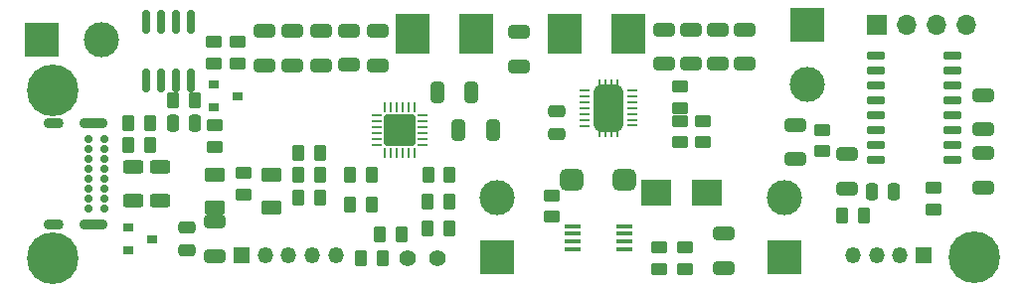
<source format=gts>
G04 #@! TF.GenerationSoftware,KiCad,Pcbnew,(6.99.0-1936-gea29c66608)*
G04 #@! TF.CreationDate,2022-05-24T07:37:37+02:00*
G04 #@! TF.ProjectId,BalthazarPSU3,42616c74-6861-47a6-9172-505355332e6b,rev?*
G04 #@! TF.SameCoordinates,Original*
G04 #@! TF.FileFunction,Soldermask,Top*
G04 #@! TF.FilePolarity,Negative*
%FSLAX46Y46*%
G04 Gerber Fmt 4.6, Leading zero omitted, Abs format (unit mm)*
G04 Created by KiCad (PCBNEW (6.99.0-1936-gea29c66608)) date 2022-05-24 07:37:37*
%MOMM*%
%LPD*%
G01*
G04 APERTURE LIST*
G04 Aperture macros list*
%AMRoundRect*
0 Rectangle with rounded corners*
0 $1 Rounding radius*
0 $2 $3 $4 $5 $6 $7 $8 $9 X,Y pos of 4 corners*
0 Add a 4 corners polygon primitive as box body*
4,1,4,$2,$3,$4,$5,$6,$7,$8,$9,$2,$3,0*
0 Add four circle primitives for the rounded corners*
1,1,$1+$1,$2,$3*
1,1,$1+$1,$4,$5*
1,1,$1+$1,$6,$7*
1,1,$1+$1,$8,$9*
0 Add four rect primitives between the rounded corners*
20,1,$1+$1,$2,$3,$4,$5,0*
20,1,$1+$1,$4,$5,$6,$7,0*
20,1,$1+$1,$6,$7,$8,$9,0*
20,1,$1+$1,$8,$9,$2,$3,0*%
G04 Aperture macros list end*
%ADD10RoundRect,0.250000X0.325000X0.650000X-0.325000X0.650000X-0.325000X-0.650000X0.325000X-0.650000X0*%
%ADD11RoundRect,0.250000X-0.650000X0.325000X-0.650000X-0.325000X0.650000X-0.325000X0.650000X0.325000X0*%
%ADD12RoundRect,0.250000X0.650000X-0.325000X0.650000X0.325000X-0.650000X0.325000X-0.650000X-0.325000X0*%
%ADD13RoundRect,0.250000X0.250000X0.475000X-0.250000X0.475000X-0.250000X-0.475000X0.250000X-0.475000X0*%
%ADD14RoundRect,0.250000X0.625000X-0.375000X0.625000X0.375000X-0.625000X0.375000X-0.625000X-0.375000X0*%
%ADD15RoundRect,0.250000X-0.450000X0.262500X-0.450000X-0.262500X0.450000X-0.262500X0.450000X0.262500X0*%
%ADD16RoundRect,0.250000X0.262500X0.450000X-0.262500X0.450000X-0.262500X-0.450000X0.262500X-0.450000X0*%
%ADD17RoundRect,0.250000X-0.262500X-0.450000X0.262500X-0.450000X0.262500X0.450000X-0.262500X0.450000X0*%
%ADD18RoundRect,0.250000X0.475000X-0.250000X0.475000X0.250000X-0.475000X0.250000X-0.475000X-0.250000X0*%
%ADD19RoundRect,0.250000X0.450000X-0.262500X0.450000X0.262500X-0.450000X0.262500X-0.450000X-0.262500X0*%
%ADD20RoundRect,0.150000X-0.650000X-0.150000X0.650000X-0.150000X0.650000X0.150000X-0.650000X0.150000X0*%
%ADD21RoundRect,0.062500X-0.350000X-0.062500X0.350000X-0.062500X0.350000X0.062500X-0.350000X0.062500X0*%
%ADD22RoundRect,0.062500X-0.062500X-0.350000X0.062500X-0.350000X0.062500X0.350000X-0.062500X0.350000X0*%
%ADD23RoundRect,0.251100X-1.098900X-1.098900X1.098900X-1.098900X1.098900X1.098900X-1.098900X1.098900X0*%
%ADD24C,1.400000*%
%ADD25R,0.250000X0.825000*%
%ADD26R,0.825000X0.250000*%
%ADD27C,0.500000*%
%ADD28RoundRect,0.650000X0.650000X-1.350000X0.650000X1.350000X-0.650000X1.350000X-0.650000X-1.350000X0*%
%ADD29R,3.000000X3.000000*%
%ADD30C,3.000000*%
%ADD31C,0.700000*%
%ADD32O,2.400000X0.900000*%
%ADD33O,1.700000X0.900000*%
%ADD34R,2.950000X3.500000*%
%ADD35R,0.900000X0.800000*%
%ADD36O,1.700000X1.700000*%
%ADD37R,1.700000X1.700000*%
%ADD38R,1.350000X1.350000*%
%ADD39O,1.350000X1.350000*%
%ADD40RoundRect,0.250000X-0.625000X0.312500X-0.625000X-0.312500X0.625000X-0.312500X0.625000X0.312500X0*%
%ADD41RoundRect,0.250000X0.625000X-0.312500X0.625000X0.312500X-0.625000X0.312500X-0.625000X-0.312500X0*%
%ADD42C,4.400000*%
%ADD43RoundRect,0.150000X0.150000X-0.825000X0.150000X0.825000X-0.150000X0.825000X-0.150000X-0.825000X0*%
%ADD44RoundRect,0.450000X-0.550000X-0.450000X0.550000X-0.450000X0.550000X0.450000X-0.550000X0.450000X0*%
%ADD45R,2.500000X2.300000*%
%ADD46R,1.450000X0.450000*%
G04 APERTURE END LIST*
D10*
X142575000Y-69850000D03*
X139625000Y-69850000D03*
D11*
X132715000Y-61390000D03*
X132715000Y-64340000D03*
X184277000Y-66851000D03*
X184277000Y-69801000D03*
X118872000Y-77646000D03*
X118872000Y-80596000D03*
X125476000Y-61390000D03*
X125476000Y-64340000D03*
D12*
X168275000Y-72341000D03*
X168275000Y-69391000D03*
X184277000Y-74754000D03*
X184277000Y-71804000D03*
D13*
X176718000Y-75057000D03*
X174818000Y-75057000D03*
D12*
X172720000Y-74832000D03*
X172720000Y-71882000D03*
D11*
X127889000Y-61390000D03*
X127889000Y-64340000D03*
D10*
X140730500Y-66611500D03*
X137780500Y-66611500D03*
D14*
X118872000Y-76457000D03*
X118872000Y-73657000D03*
X123698000Y-76457000D03*
X123698000Y-73657000D03*
D15*
X121285000Y-73509500D03*
X121285000Y-75334500D03*
D16*
X127785500Y-71755000D03*
X125960500Y-71755000D03*
X133119500Y-80772000D03*
X131294500Y-80772000D03*
X138837500Y-73660000D03*
X137012500Y-73660000D03*
D15*
X180086000Y-74779500D03*
X180086000Y-76604500D03*
D16*
X138834500Y-75946000D03*
X137009500Y-75946000D03*
D17*
X172315500Y-77089000D03*
X174140500Y-77089000D03*
D18*
X147955000Y-70165000D03*
X147955000Y-68265000D03*
D12*
X157099000Y-64213000D03*
X157099000Y-61263000D03*
X163957000Y-64216000D03*
X163957000Y-61266000D03*
X159385000Y-64210000D03*
X159385000Y-61260000D03*
X161671000Y-64213000D03*
X161671000Y-61263000D03*
D11*
X123063000Y-61390000D03*
X123063000Y-64340000D03*
D12*
X144780000Y-64418000D03*
X144780000Y-61468000D03*
D19*
X158496000Y-67968500D03*
X158496000Y-66143500D03*
X158496000Y-70889500D03*
X158496000Y-69064500D03*
D17*
X137009500Y-78232000D03*
X138834500Y-78232000D03*
D11*
X130302000Y-61341000D03*
X130302000Y-64291000D03*
D20*
X175185000Y-63500000D03*
X175185000Y-64770000D03*
X175185000Y-66040000D03*
X175185000Y-67310000D03*
X175185000Y-68580000D03*
X175185000Y-69850000D03*
X175185000Y-71120000D03*
X175185000Y-72390000D03*
X181685000Y-72390000D03*
X181685000Y-71120000D03*
X181685000Y-69850000D03*
X181685000Y-68580000D03*
X181685000Y-67310000D03*
X181685000Y-66040000D03*
X181685000Y-64770000D03*
X181685000Y-63500000D03*
D15*
X170561000Y-69826500D03*
X170561000Y-71651500D03*
D21*
X132657500Y-68600000D03*
X132657500Y-69100000D03*
X132657500Y-69600000D03*
X132657500Y-70100000D03*
X132657500Y-70600000D03*
X132657500Y-71100000D03*
D22*
X133370000Y-71812500D03*
X133870000Y-71812500D03*
X134370000Y-71812500D03*
X134870000Y-71812500D03*
X135370000Y-71812500D03*
X135870000Y-71812500D03*
D21*
X136582500Y-71100000D03*
X136582500Y-70600000D03*
X136582500Y-70100000D03*
X136582500Y-69600000D03*
X136582500Y-69100000D03*
X136582500Y-68600000D03*
D22*
X135870000Y-67887500D03*
X135370000Y-67887500D03*
X134870000Y-67887500D03*
X134370000Y-67887500D03*
X133870000Y-67887500D03*
X133370000Y-67887500D03*
D23*
X134620000Y-69850000D03*
D24*
X135275000Y-80772000D03*
X137815000Y-80772000D03*
D19*
X147574000Y-77239500D03*
X147574000Y-75414500D03*
D25*
X153146999Y-69991999D03*
X153146999Y-65927999D03*
X152638999Y-69991999D03*
X152638999Y-65927999D03*
X152130999Y-69991999D03*
X152130999Y-65927999D03*
X151622999Y-69991999D03*
X151622999Y-65927999D03*
D26*
X154416999Y-69459999D03*
X154416999Y-68975999D03*
X154416999Y-68467999D03*
X154416999Y-67959999D03*
X154416999Y-67459999D03*
X154416999Y-66943999D03*
X154416999Y-66459999D03*
X150352999Y-66459999D03*
X150352999Y-66959999D03*
X150352999Y-67459999D03*
X150352999Y-67959999D03*
X150352999Y-68467999D03*
X150352999Y-68959999D03*
X150352999Y-69483999D03*
D27*
X153401000Y-68976000D03*
X153401000Y-67960000D03*
X153401000Y-66944000D03*
X152385000Y-68976000D03*
X152385000Y-67960000D03*
D28*
X152385000Y-67960000D03*
D27*
X152385000Y-66944000D03*
X151369000Y-68976000D03*
X151369000Y-67960000D03*
X151369000Y-66944000D03*
D29*
X142874999Y-80644999D03*
D30*
X142875000Y-75565000D03*
D29*
X169290999Y-60832999D03*
D30*
X169291000Y-65913000D03*
D29*
X167385999Y-80644999D03*
D30*
X167386000Y-75565000D03*
D31*
X109474000Y-70612000D03*
X109474000Y-71462000D03*
X109474000Y-72312000D03*
X109474000Y-73162000D03*
X109474000Y-74012000D03*
X109474000Y-74862000D03*
X109474000Y-75712000D03*
X109474000Y-76562000D03*
X108124000Y-76562000D03*
X108124000Y-75712000D03*
X108124000Y-74862000D03*
X108124000Y-74012000D03*
X108124000Y-73162000D03*
X108124000Y-72312000D03*
X108124000Y-71462000D03*
X108124000Y-70612000D03*
D32*
X108493999Y-69261999D03*
D33*
X105113999Y-69261999D03*
D32*
X108493999Y-77911999D03*
D33*
X105113999Y-77911999D03*
D34*
X135704999Y-61594999D03*
X141154999Y-61594999D03*
X148658999Y-61594999D03*
X154108999Y-61594999D03*
D30*
X109220000Y-62103000D03*
D29*
X104139999Y-62102999D03*
D18*
X116459000Y-80071000D03*
X116459000Y-78171000D03*
D13*
X117155000Y-69215000D03*
X115255000Y-69215000D03*
D35*
X111521999Y-78170999D03*
X111521999Y-80070999D03*
X113521999Y-79120999D03*
X118760999Y-65978999D03*
X118760999Y-67878999D03*
X120760999Y-66928999D03*
D17*
X111482500Y-69215000D03*
X113307500Y-69215000D03*
D16*
X113307500Y-71120000D03*
X111482500Y-71120000D03*
D15*
X118745000Y-62333500D03*
X118745000Y-64158500D03*
D19*
X120777000Y-64158500D03*
X120777000Y-62333500D03*
D17*
X115292500Y-67310000D03*
X117117500Y-67310000D03*
D16*
X132230500Y-73660000D03*
X130405500Y-73660000D03*
X127785500Y-75565000D03*
X125960500Y-75565000D03*
X127785500Y-73660000D03*
X125960500Y-73660000D03*
D17*
X132942500Y-78740000D03*
X134767500Y-78740000D03*
D15*
X118872000Y-69445500D03*
X118872000Y-71270500D03*
D16*
X132227500Y-76200000D03*
X130402500Y-76200000D03*
D36*
X182879999Y-60832999D03*
X180339999Y-60832999D03*
X177799999Y-60832999D03*
D37*
X175259999Y-60832999D03*
D38*
X121157999Y-80517999D03*
D39*
X123157999Y-80517999D03*
X125157999Y-80517999D03*
X127157999Y-80517999D03*
X129157999Y-80517999D03*
D38*
X179196999Y-80517999D03*
D39*
X177196999Y-80517999D03*
X175196999Y-80517999D03*
X173196999Y-80517999D03*
D40*
X111887000Y-72959500D03*
X111887000Y-75884500D03*
D41*
X114173000Y-75884500D03*
X114173000Y-72959500D03*
D42*
X105029000Y-66421000D03*
X105029000Y-80772000D03*
X183515000Y-80645000D03*
D43*
X113030000Y-65594000D03*
X114300000Y-65594000D03*
X115570000Y-65594000D03*
X116840000Y-65594000D03*
X116840000Y-60644000D03*
X115570000Y-60644000D03*
X114300000Y-60644000D03*
X113030000Y-60644000D03*
D11*
X162179000Y-78662000D03*
X162179000Y-81612000D03*
D15*
X158877000Y-79859500D03*
X158877000Y-81684500D03*
D19*
X156718000Y-81684500D03*
X156718000Y-79859500D03*
D44*
X149261000Y-74041000D03*
X153761000Y-74041000D03*
D45*
X160772999Y-75183999D03*
X156472999Y-75183999D03*
D19*
X160401000Y-70889500D03*
X160401000Y-69064500D03*
D46*
X149310999Y-78018999D03*
X149310999Y-78668999D03*
X149310999Y-79318999D03*
X149310999Y-79968999D03*
X153710999Y-79968999D03*
X153710999Y-79318999D03*
X153710999Y-78668999D03*
X153710999Y-78018999D03*
M02*

</source>
